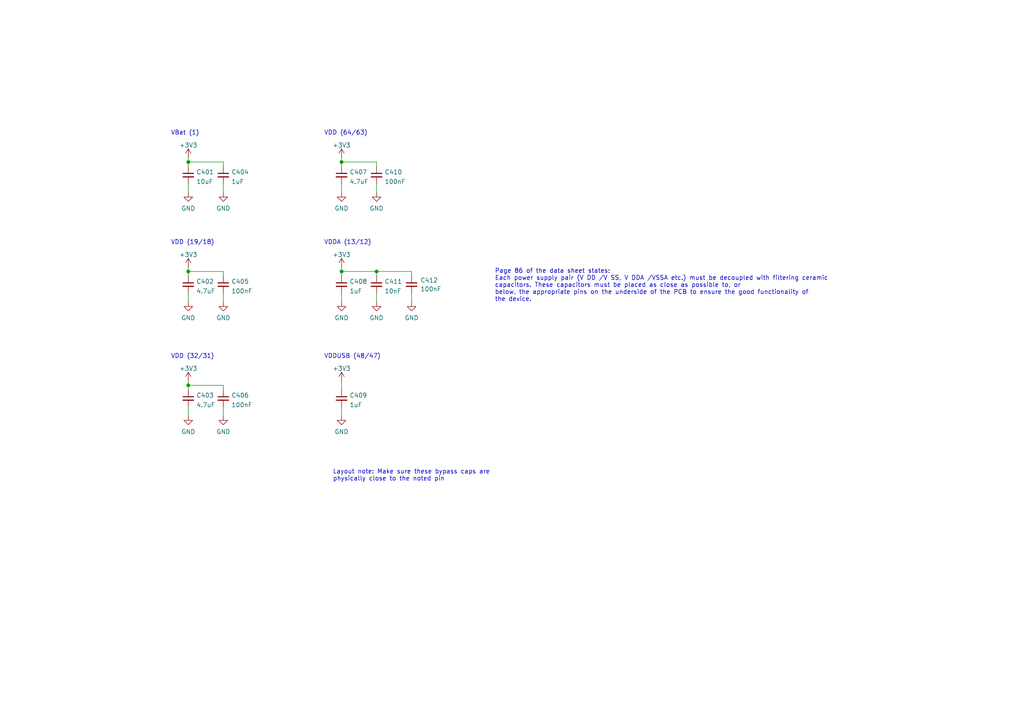
<source format=kicad_sch>
(kicad_sch (version 20230121) (generator eeschema)
  (paper "A4")
  (lib_symbols
    (symbol "Device:C_Small" (pin_numbers hide) (pin_names (offset 0.254) hide)
      (property "Reference" "C" (at 0.254 1.778 0))
      (property "Value" "C_Small" (at 0.254 -2.032 0))
      (symbol "C_Small_0_1"
        (polyline (pts (xy -1.524 -0.508) (xy 1.524 -0.508)) (stroke (width 0.3302)))
        (polyline (pts (xy -1.524 0.508) (xy 1.524 0.508)) (stroke (width 0.3048)))
      )
      (symbol "C_Small_1_1"
        (pin passive line (at 0 2.54 270) (length 2.032) (name "~") (number "1"))
        (pin passive line (at 0 -2.54 90) (length 2.032) (name "~") (number "2"))
      )
    )
    (symbol "power:+3V3" (power) (pin_names (offset 0))
      (property "Value" "+3V3" (at 0 3.556 0))
      (symbol "+3V3_0_1"
        (polyline (pts (xy -0.762 1.27) (xy 0 2.54)))
        (polyline (pts (xy 0 0) (xy 0 2.54)))
        (polyline (pts (xy 0 2.54) (xy 0.762 1.27)))
      )
      (symbol "+3V3_1_1"
        (pin power_in line (at 0 0 90) (length 0) hide (name "+3V3") (number "1"))
      )
    )
    (symbol "power:GND" (power) (pin_names (offset 0))
      (property "Value" "GND" (at 0 -3.81 0))
      (symbol "GND_0_1"
        (polyline (pts (xy 0 0) (xy 0 -1.27) (xy 1.27 -1.27) (xy 0 -2.54) (xy -1.27 -1.27) (xy 0 -1.27)))
      )
      (symbol "GND_1_1"
        (pin power_in line (at 0 0 270) (length 0) hide (name "GND") (number "1"))
      )
    )
  )
  (junction (at 54.61 78.74))
  (junction (at 109.22 78.74))
  (junction (at 54.61 111.76))
  (junction (at 99.06 46.99))
  (junction (at 54.61 46.99))
  (junction (at 99.06 78.74))
  (wire (pts (xy 54.61 85.09) (xy 54.61 87.63)))
  (wire (pts (xy 99.06 118.11) (xy 99.06 120.65)))
  (wire (pts (xy 99.06 78.74) (xy 109.22 78.74)))
  (wire (pts (xy 54.61 111.76) (xy 54.61 113.03)))
  (wire (pts (xy 64.77 46.99) (xy 64.77 48.26)))
  (wire (pts (xy 119.38 78.74) (xy 119.38 80.01)))
  (wire (pts (xy 109.22 78.74) (xy 109.22 80.01)))
  (wire (pts (xy 54.61 78.74) (xy 64.77 78.74)))
  (wire (pts (xy 99.06 77.47) (xy 99.06 78.74)))
  (wire (pts (xy 99.06 110.49) (xy 99.06 113.03)))
  (wire (pts (xy 64.77 111.76) (xy 64.77 113.03)))
  (wire (pts (xy 54.61 78.74) (xy 54.61 80.01)))
  (wire (pts (xy 64.77 78.74) (xy 64.77 80.01)))
  (wire (pts (xy 109.22 78.74) (xy 119.38 78.74)))
  (wire (pts (xy 54.61 118.11) (xy 54.61 120.65)))
  (wire (pts (xy 119.38 85.09) (xy 119.38 87.63)))
  (wire (pts (xy 99.06 46.99) (xy 109.22 46.99)))
  (wire (pts (xy 99.06 53.34) (xy 99.06 55.88)))
  (wire (pts (xy 54.61 46.99) (xy 64.77 46.99)))
  (wire (pts (xy 64.77 53.34) (xy 64.77 55.88)))
  (wire (pts (xy 54.61 77.47) (xy 54.61 78.74)))
  (wire (pts (xy 99.06 45.72) (xy 99.06 46.99)))
  (wire (pts (xy 64.77 85.09) (xy 64.77 87.63)))
  (wire (pts (xy 109.22 46.99) (xy 109.22 48.26)))
  (wire (pts (xy 64.77 118.11) (xy 64.77 120.65)))
  (wire (pts (xy 109.22 85.09) (xy 109.22 87.63)))
  (wire (pts (xy 54.61 110.49) (xy 54.61 111.76)))
  (wire (pts (xy 54.61 45.72) (xy 54.61 46.99)))
  (wire (pts (xy 99.06 85.09) (xy 99.06 87.63)))
  (wire (pts (xy 54.61 111.76) (xy 64.77 111.76)))
  (wire (pts (xy 99.06 78.74) (xy 99.06 80.01)))
  (wire (pts (xy 109.22 53.34) (xy 109.22 55.88)))
  (wire (pts (xy 99.06 46.99) (xy 99.06 48.26)))
  (wire (pts (xy 54.61 53.34) (xy 54.61 55.88)))
  (wire (pts (xy 54.61 46.99) (xy 54.61 48.26)))
  (text "VBat (1)" (at 49.53 39.37 0) (effects (font (size 1.27 1.27)) (justify left bottom)))
  (text "VDD (64/63)" (at 93.98 39.37 0) (effects (font (size 1.27 1.27)) (justify left bottom)))
  (text "Layout note: Make sure these bypass caps are\nphysically close to the noted pin" (at 96.52 139.7 0) (effects (font (size 1.27 1.27)) (justify left bottom)))
  (text "VDD (32/31)" (at 49.53 104.14 0) (effects (font (size 1.27 1.27)) (justify left bottom)))
  (text "VDD (19/18)" (at 49.53 71.12 0) (effects (font (size 1.27 1.27)) (justify left bottom)))
  (text "VDDA (13/12)" (at 93.98 71.12 0) (effects (font (size 1.27 1.27)) (justify left bottom)))
  (text "Page 86 of the data sheet states:\nEach power supply pair (V DD /V SS, V DDA /VSSA etc.) must be decoupled with filtering ceramic\ncapacitors. These capacitors must be placed as close as possible to, or\nbelow, the appropriate pins on the underside of the PCB to ensure the good functionality of\nthe device." (at 143.51 87.63 0) (effects (font (size 1.27 1.27)) (justify left bottom)))
  (text "VDDUSB (48/47)" (at 93.98 104.14 0) (effects (font (size 1.27 1.27)) (justify left bottom)))
  (symbol (lib_id "power:+3V3") (at 54.61 77.47 0) (unit 1)
    (property "Reference" "#PWR0403" (effects hide))
    (property "Value" "+3V3" (at 54.61 73.8655 0))
  )
  (symbol (lib_id "power:GND") (at 64.77 87.63 0) (unit 1)
    (property "Reference" "#PWR0408" (effects hide))
    (property "Value" "GND" (at 64.77 92.1925 0))
  )
  (symbol (lib_id "power:GND") (at 54.61 55.88 0) (unit 1)
    (property "Reference" "#PWR0402" (effects hide))
    (property "Value" "GND" (at 54.61 60.4425 0))
  )
  (symbol (lib_id "power:GND") (at 109.22 55.88 0) (unit 1)
    (property "Reference" "#PWR0416" (effects hide))
    (property "Value" "GND" (at 109.22 60.4425 0))
  )
  (symbol (lib_id "Device:C_Small") (at 54.61 50.8 0) (unit 1)
    (property "Reference" "C401" (at 56.9341 49.8978 0) (effects (justify left)))
    (property "Value" "10uF" (at 56.9341 52.6729 0) (effects (justify left)))
    (property "Footprint" "Capacitor_SMD:C_0603_1608Metric" (effects hide))
  )
  (symbol (lib_id "Device:C_Small") (at 99.06 50.8 0) (unit 1)
    (property "Reference" "C407" (at 101.3841 49.8978 0) (effects (justify left)))
    (property "Value" "4.7uF" (at 101.3841 52.6729 0) (effects (justify left)))
    (property "Footprint" "Capacitor_SMD:C_0603_1608Metric" (effects hide))
  )
  (symbol (lib_id "Device:C_Small") (at 99.06 115.57 0) (unit 1)
    (property "Reference" "C409" (at 101.3841 114.6678 0) (effects (justify left)))
    (property "Value" "1uF" (at 101.3841 117.4429 0) (effects (justify left)))
    (property "Footprint" "Capacitor_SMD:C_0603_1608Metric" (effects hide))
  )
  (symbol (lib_id "Device:C_Small") (at 64.77 50.8 0) (unit 1)
    (property "Reference" "C404" (at 67.0941 49.8978 0) (effects (justify left)))
    (property "Value" "1uF" (at 67.0941 52.6729 0) (effects (justify left)))
    (property "Footprint" "Capacitor_SMD:C_0603_1608Metric" (effects hide))
  )
  (symbol (lib_id "Device:C_Small") (at 109.22 50.8 0) (unit 1)
    (property "Reference" "C410" (at 111.5441 49.8978 0) (effects (justify left)))
    (property "Value" "100nF" (at 111.5441 52.6729 0) (effects (justify left)))
    (property "Footprint" "Capacitor_SMD:C_0603_1608Metric" (effects hide))
  )
  (symbol (lib_id "power:+3V3") (at 99.06 77.47 0) (unit 1)
    (property "Reference" "#PWR0412" (effects hide))
    (property "Value" "+3V3" (at 99.06 73.8655 0))
  )
  (symbol (lib_id "power:+3V3") (at 54.61 110.49 0) (unit 1)
    (property "Reference" "#PWR0405" (effects hide))
    (property "Value" "+3V3" (at 54.61 106.8855 0))
  )
  (symbol (lib_id "power:+3V3") (at 99.06 45.72 0) (unit 1)
    (property "Reference" "#PWR0410" (effects hide))
    (property "Value" "+3V3" (at 99.06 42.1155 0))
  )
  (symbol (lib_id "power:+3V3") (at 99.06 110.49 0) (unit 1)
    (property "Reference" "#PWR0414" (effects hide))
    (property "Value" "+3V3" (at 99.06 106.8855 0))
  )
  (symbol (lib_id "power:GND") (at 99.06 55.88 0) (unit 1)
    (property "Reference" "#PWR0411" (effects hide))
    (property "Value" "GND" (at 99.06 60.4425 0))
  )
  (symbol (lib_id "Device:C_Small") (at 54.61 82.55 0) (unit 1)
    (property "Reference" "C402" (at 56.9341 81.6478 0) (effects (justify left)))
    (property "Value" "4.7uF" (at 56.9341 84.4229 0) (effects (justify left)))
    (property "Footprint" "Capacitor_SMD:C_0603_1608Metric" (effects hide))
  )
  (symbol (lib_id "Device:C_Small") (at 119.38 82.55 0) (unit 1)
    (property "Reference" "C412" (at 121.92 81.2863 0) (effects (justify left)))
    (property "Value" "100nF" (at 121.92 83.8263 0) (effects (justify left)))
    (property "Footprint" "Capacitor_SMD:C_0603_1608Metric" (effects hide))
  )
  (symbol (lib_id "Device:C_Small") (at 64.77 82.55 0) (unit 1)
    (property "Reference" "C405" (at 67.0941 81.6478 0) (effects (justify left)))
    (property "Value" "100nF" (at 67.0941 84.4229 0) (effects (justify left)))
    (property "Footprint" "Capacitor_SMD:C_0603_1608Metric" (effects hide))
  )
  (symbol (lib_id "power:GND") (at 99.06 120.65 0) (unit 1)
    (property "Reference" "#PWR0415" (effects hide))
    (property "Value" "GND" (at 99.06 125.2125 0))
  )
  (symbol (lib_id "power:GND") (at 64.77 120.65 0) (unit 1)
    (property "Reference" "#PWR0409" (effects hide))
    (property "Value" "GND" (at 64.77 125.2125 0))
  )
  (symbol (lib_id "power:GND") (at 99.06 87.63 0) (unit 1)
    (property "Reference" "#PWR0413" (effects hide))
    (property "Value" "GND" (at 99.06 92.1925 0))
  )
  (symbol (lib_id "power:GND") (at 54.61 87.63 0) (unit 1)
    (property "Reference" "#PWR0404" (effects hide))
    (property "Value" "GND" (at 54.61 92.1925 0))
  )
  (symbol (lib_id "power:GND") (at 119.38 87.63 0) (unit 1)
    (property "Reference" "#PWR022" (effects hide))
    (property "Value" "GND" (at 119.38 92.1925 0))
  )
  (symbol (lib_id "power:GND") (at 54.61 120.65 0) (unit 1)
    (property "Reference" "#PWR0406" (effects hide))
    (property "Value" "GND" (at 54.61 125.2125 0))
  )
  (symbol (lib_id "power:GND") (at 64.77 55.88 0) (unit 1)
    (property "Reference" "#PWR0407" (effects hide))
    (property "Value" "GND" (at 64.77 60.4425 0))
  )
  (symbol (lib_id "power:GND") (at 109.22 87.63 0) (unit 1)
    (property "Reference" "#PWR0417" (effects hide))
    (property "Value" "GND" (at 109.22 92.1925 0))
  )
  (symbol (lib_id "Device:C_Small") (at 99.06 82.55 0) (unit 1)
    (property "Reference" "C408" (at 101.3841 81.6478 0) (effects (justify left)))
    (property "Value" "1uF" (at 101.3841 84.4229 0) (effects (justify left)))
    (property "Footprint" "Capacitor_SMD:C_0603_1608Metric" (effects hide))
  )
  (symbol (lib_id "power:+3V3") (at 54.61 45.72 0) (unit 1)
    (property "Reference" "#PWR0401" (effects hide))
    (property "Value" "+3V3" (at 54.61 42.1155 0))
  )
  (symbol (lib_id "Device:C_Small") (at 64.77 115.57 0) (unit 1)
    (property "Reference" "C406" (at 67.0941 114.6678 0) (effects (justify left)))
    (property "Value" "100nF" (at 67.0941 117.4429 0) (effects (justify left)))
    (property "Footprint" "Capacitor_SMD:C_0603_1608Metric" (effects hide))
  )
  (symbol (lib_id "Device:C_Small") (at 109.22 82.55 0) (unit 1)
    (property "Reference" "C411" (at 111.5441 81.6478 0) (effects (justify left)))
    (property "Value" "10nF" (at 111.5441 84.4229 0) (effects (justify left)))
    (property "Footprint" "Capacitor_SMD:C_0603_1608Metric" (effects hide))
  )
  (symbol (lib_id "Device:C_Small") (at 54.61 115.57 0) (unit 1)
    (property "Reference" "C403" (at 56.9341 114.6678 0) (effects (justify left)))
    (property "Value" "4.7uF" (at 56.9341 117.4429 0) (effects (justify left)))
    (property "Footprint" "Capacitor_SMD:C_0603_1608Metric" (effects hide))
  )
)
</source>
